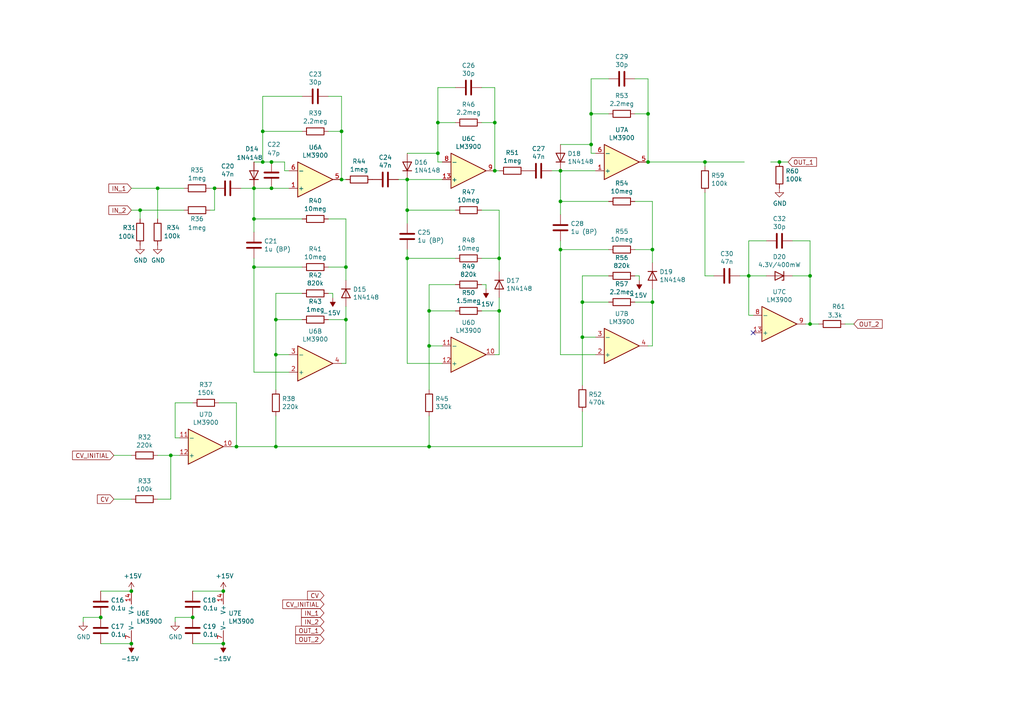
<source format=kicad_sch>
(kicad_sch (version 20230121) (generator eeschema)
  (paper "A4")
  (title_block (title "oberwelle") (date "2020-11-27") (rev "R01") (comment 1 "Schema for main circuit") (comment 2 "wave folder - bottom section") (comment 4 "License CC BY 4.0 - Attribution 4.0 International"))
  (lib_symbols
    (symbol "Device:C" (pin_numbers hide) (pin_names (offset 0.254))
      (property "Reference" "C" (at 0.635 2.54 0))
      (property "Value" "C" (at 0.635 -2.54 0))
      (symbol "C_0_1"
        (polyline (pts (xy -2.032 -0.762) (xy 2.032 -0.762)) (stroke (width 0.508)))
        (polyline (pts (xy -2.032 0.762) (xy 2.032 0.762)) (stroke (width 0.508)))
      )
      (symbol "C_1_1"
        (pin passive line (at 0 3.81 270) (length 2.794) (name "~") (number "1"))
        (pin passive line (at 0 -3.81 90) (length 2.794) (name "~") (number "2"))
      )
    )
    (symbol "Device:D_Zener" (pin_numbers hide) (pin_names (offset 1.016) hide)
      (property "Reference" "D" (at 0 2.54 0))
      (property "Value" "D_Zener" (at 0 -2.54 0))
      (symbol "D_Zener_0_1"
        (polyline (pts (xy 1.27 0) (xy -1.27 0)))
        (polyline (pts (xy -1.27 -1.27) (xy -1.27 1.27) (xy -0.762 1.27)) (stroke (width 0.254)))
        (polyline (pts (xy 1.27 -1.27) (xy 1.27 1.27) (xy -1.27 0) (xy 1.27 -1.27)) (stroke (width 0.254)))
      )
      (symbol "D_Zener_1_1"
        (pin passive line (at -3.81 0 0) (length 2.54) (name "K") (number "1"))
        (pin passive line (at 3.81 0 180) (length 2.54) (name "A") (number "2"))
      )
    )
    (symbol "Device:R" (pin_numbers hide) (pin_names (offset 0))
      (property "Reference" "R" (at 2.032 0 90))
      (property "Value" "R" (at 0 0 90))
      (symbol "R_0_1"
        (rectangle (start -1.016 -2.54) (end 1.016 2.54) (stroke (width 0.254)))
      )
      (symbol "R_1_1"
        (pin passive line (at 0 3.81 270) (length 1.27) (name "~") (number "1"))
        (pin passive line (at 0 -3.81 90) (length 1.27) (name "~") (number "2"))
      )
    )
    (symbol "Diode:1N4148" (pin_numbers hide) (pin_names hide)
      (property "Reference" "D" (at 0 2.54 0))
      (property "Value" "1N4148" (at 0 -2.54 0))
      (symbol "1N4148_0_1"
        (polyline (pts (xy -1.27 1.27) (xy -1.27 -1.27)) (stroke (width 0.254)))
        (polyline (pts (xy 1.27 0) (xy -1.27 0)))
        (polyline (pts (xy 1.27 1.27) (xy 1.27 -1.27) (xy -1.27 0) (xy 1.27 1.27)) (stroke (width 0.254)))
      )
      (symbol "1N4148_1_1"
        (pin passive line (at -3.81 0 0) (length 2.54) (name "K") (number "1"))
        (pin passive line (at 3.81 0 180) (length 2.54) (name "A") (number "2"))
      )
    )
    (symbol "elektrophon:LM3900" (pin_names (offset 0.127))
      (property "Reference" "U" (at 0 6.35 0))
      (property "Value" "LM3900" (at -3.81 8.89 0))
      (symbol "LM3900_1_1"
        (polyline (pts (xy -5.08 5.08) (xy 5.08 0) (xy -5.08 -5.08) (xy -5.08 5.08)) (stroke (width 0.254)) (fill (type background)))
        (pin input line (at -7.62 2.54 0) (length 2.54) (name "+") (number "1"))
        (pin output line (at 7.62 0 180) (length 2.54) (name "~") (number "5"))
        (pin input line (at -7.62 -2.54 0) (length 2.54) (name "-") (number "6"))
      )
      (symbol "LM3900_2_1"
        (polyline (pts (xy -5.08 5.08) (xy 5.08 0) (xy -5.08 -5.08) (xy -5.08 5.08)) (stroke (width 0.254)) (fill (type background)))
        (pin input line (at -7.62 2.54 0) (length 2.54) (name "+") (number "2"))
        (pin input line (at -7.62 -2.54 0) (length 2.54) (name "-") (number "3"))
        (pin output line (at 7.62 0 180) (length 2.54) (name "~") (number "4"))
      )
      (symbol "LM3900_3_1"
        (polyline (pts (xy -5.08 5.08) (xy 5.08 0) (xy -5.08 -5.08) (xy -5.08 5.08)) (stroke (width 0.254)) (fill (type background)))
        (pin input line (at -7.62 2.54 0) (length 2.54) (name "+") (number "13"))
        (pin input line (at -7.62 -2.54 0) (length 2.54) (name "-") (number "8"))
        (pin output line (at 7.62 0 180) (length 2.54) (name "~") (number "9"))
      )
      (symbol "LM3900_4_1"
        (polyline (pts (xy -5.08 5.08) (xy 5.08 0) (xy -5.08 -5.08) (xy -5.08 5.08)) (stroke (width 0.254)) (fill (type background)))
        (pin output line (at 7.62 0 180) (length 2.54) (name "~") (number "10"))
        (pin input line (at -7.62 -2.54 0) (length 2.54) (name "-") (number "11"))
        (pin input line (at -7.62 2.54 0) (length 2.54) (name "+") (number "12"))
      )
      (symbol "LM3900_5_1"
        (pin power_in line (at -2.54 7.62 270) (length 3.81) (name "V+") (number "14"))
        (pin power_in line (at -2.54 -7.62 90) (length 3.81) (name "V-") (number "7"))
      )
    )
    (symbol "power:+15V" (power) (pin_names (offset 0))
      (property "Value" "+15V" (at 0 3.556 0))
      (symbol "+15V_0_1"
        (polyline (pts (xy -0.762 1.27) (xy 0 2.54)))
        (polyline (pts (xy 0 0) (xy 0 2.54)))
        (polyline (pts (xy 0 2.54) (xy 0.762 1.27)))
      )
      (symbol "+15V_1_1"
        (pin power_in line (at 0 0 90) (length 0) hide (name "+15V") (number "1"))
      )
    )
    (symbol "power:-15V" (power) (pin_names (offset 0))
      (property "Value" "-15V" (at 0 3.81 0))
      (symbol "-15V_0_0"
        (pin power_in line (at 0 0 90) (length 0) hide (name "-15V") (number "1"))
      )
      (symbol "-15V_0_1"
        (polyline (pts (xy 0 0) (xy 0 1.27) (xy 0.762 1.27) (xy 0 2.54) (xy -0.762 1.27) (xy 0 1.27)) (fill (type outline)))
      )
    )
    (symbol "power:GND" (power) (pin_names (offset 0))
      (property "Value" "GND" (at 0 -3.81 0))
      (symbol "GND_0_1"
        (polyline (pts (xy 0 0) (xy 0 -1.27) (xy 1.27 -1.27) (xy 0 -2.54) (xy -1.27 -1.27) (xy 0 -1.27)))
      )
      (symbol "GND_1_1"
        (pin power_in line (at 0 0 270) (length 0) hide (name "GND") (number "1"))
      )
    )
  )
  (junction (at 124.46 100.33))
  (junction (at 217.17 80.01))
  (junction (at 124.46 129.54))
  (junction (at 187.96 46.99))
  (junction (at 226.06 46.99))
  (junction (at 118.11 52.07))
  (junction (at 80.01 102.87))
  (junction (at 118.11 74.93))
  (junction (at 38.1 171.45))
  (junction (at 38.1 186.69))
  (junction (at 76.2 46.99))
  (junction (at 162.56 72.39))
  (junction (at 162.56 58.42))
  (junction (at 187.96 33.02))
  (junction (at 55.88 179.07))
  (junction (at 78.74 54.61))
  (junction (at 127 44.45))
  (junction (at 76.2 38.1))
  (junction (at 162.56 49.53))
  (junction (at 78.74 46.99))
  (junction (at 100.33 92.71))
  (junction (at 168.91 87.63))
  (junction (at 100.33 77.47))
  (junction (at 73.66 63.5))
  (junction (at 45.72 54.61))
  (junction (at 204.47 46.99))
  (junction (at 99.06 52.07))
  (junction (at 171.45 33.02))
  (junction (at 29.21 179.07))
  (junction (at 189.23 72.39))
  (junction (at 143.51 49.53))
  (junction (at 144.78 90.17))
  (junction (at 62.23 54.61))
  (junction (at 144.78 74.93))
  (junction (at 40.64 60.96))
  (junction (at 118.11 60.96))
  (junction (at 68.58 129.54))
  (junction (at 143.51 35.56))
  (junction (at 234.95 93.98))
  (junction (at 80.01 92.71))
  (junction (at 64.77 171.45))
  (junction (at 73.66 77.47))
  (junction (at 99.06 38.1))
  (junction (at 80.01 129.54))
  (junction (at 49.53 132.08))
  (junction (at 124.46 90.17))
  (junction (at 64.77 186.69))
  (junction (at 168.91 97.79))
  (junction (at 127 35.56))
  (junction (at 171.45 41.91))
  (junction (at 73.66 54.61))
  (junction (at 189.23 87.63))
  (junction (at 234.95 80.01))
  (no_connect (at 218.44 96.52))
  (wire (pts (xy 99.06 38.1) (xy 99.06 52.07)))
  (wire (pts (xy 96.52 85.09) (xy 95.25 85.09)))
  (wire (pts (xy 45.72 144.78) (xy 49.53 144.78)))
  (wire (pts (xy 162.56 58.42) (xy 162.56 62.23)))
  (wire (pts (xy 118.11 105.41) (xy 128.27 105.41)))
  (wire (pts (xy 118.11 74.93) (xy 132.08 74.93)))
  (wire (pts (xy 60.96 54.61) (xy 62.23 54.61)))
  (wire (pts (xy 100.33 105.41) (xy 99.06 105.41)))
  (wire (pts (xy 76.2 46.99) (xy 78.74 46.99)))
  (wire (pts (xy 53.34 60.96) (xy 40.64 60.96)))
  (wire (pts (xy 45.72 132.08) (xy 49.53 132.08)))
  (wire (pts (xy 234.95 93.98) (xy 237.49 93.98)))
  (wire (pts (xy 229.87 69.85) (xy 234.95 69.85)))
  (wire (pts (xy 83.82 102.87) (xy 80.01 102.87)))
  (wire (pts (xy 162.56 49.53) (xy 160.02 49.53)))
  (wire (pts (xy 50.8 180.34) (xy 50.8 179.07)))
  (wire (pts (xy 124.46 129.54) (xy 168.91 129.54)))
  (wire (pts (xy 45.72 63.5) (xy 45.72 54.61)))
  (wire (pts (xy 73.66 74.93) (xy 73.66 77.47)))
  (wire (pts (xy 118.11 74.93) (xy 118.11 105.41)))
  (wire (pts (xy 80.01 102.87) (xy 80.01 92.71)))
  (wire (pts (xy 171.45 22.86) (xy 171.45 33.02)))
  (wire (pts (xy 127 35.56) (xy 127 44.45)))
  (wire (pts (xy 50.8 179.07) (xy 55.88 179.07)))
  (wire (pts (xy 68.58 129.54) (xy 80.01 129.54)))
  (wire (pts (xy 100.33 63.5) (xy 100.33 77.47)))
  (wire (pts (xy 55.88 116.84) (xy 50.8 116.84)))
  (wire (pts (xy 62.23 54.61) (xy 62.23 60.96)))
  (wire (pts (xy 118.11 52.07) (xy 128.27 52.07)))
  (wire (pts (xy 87.63 63.5) (xy 73.66 63.5)))
  (wire (pts (xy 176.53 58.42) (xy 162.56 58.42)))
  (wire (pts (xy 176.53 22.86) (xy 171.45 22.86)))
  (wire (pts (xy 82.55 46.99) (xy 82.55 49.53)))
  (wire (pts (xy 214.63 80.01) (xy 217.17 80.01)))
  (wire (pts (xy 168.91 80.01) (xy 176.53 80.01)))
  (wire (pts (xy 223.52 46.99) (xy 226.06 46.99)))
  (wire (pts (xy 67.31 129.54) (xy 68.58 129.54)))
  (wire (pts (xy 184.15 72.39) (xy 189.23 72.39)))
  (wire (pts (xy 124.46 100.33) (xy 124.46 113.03)))
  (wire (pts (xy 204.47 46.99) (xy 204.47 48.26)))
  (wire (pts (xy 55.88 171.45) (xy 64.77 171.45)))
  (wire (pts (xy 127 46.99) (xy 128.27 46.99)))
  (wire (pts (xy 24.13 179.07) (xy 29.21 179.07)))
  (wire (pts (xy 127 25.4) (xy 127 35.56)))
  (wire (pts (xy 144.78 102.87) (xy 143.51 102.87)))
  (wire (pts (xy 184.15 58.42) (xy 189.23 58.42)))
  (wire (pts (xy 118.11 52.07) (xy 115.57 52.07)))
  (wire (pts (xy 132.08 60.96) (xy 118.11 60.96)))
  (wire (pts (xy 187.96 33.02) (xy 187.96 46.99)))
  (wire (pts (xy 76.2 27.94) (xy 87.63 27.94)))
  (wire (pts (xy 162.56 69.85) (xy 162.56 72.39)))
  (wire (pts (xy 128.27 100.33) (xy 124.46 100.33)))
  (wire (pts (xy 118.11 72.39) (xy 118.11 74.93)))
  (wire (pts (xy 68.58 129.54) (xy 68.58 116.84)))
  (wire (pts (xy 24.13 180.34) (xy 24.13 179.07)))
  (wire (pts (xy 100.33 88.9) (xy 100.33 92.71)))
  (wire (pts (xy 124.46 100.33) (xy 124.46 90.17)))
  (wire (pts (xy 82.55 49.53) (xy 83.82 49.53)))
  (wire (pts (xy 50.8 127) (xy 52.07 127)))
  (wire (pts (xy 49.53 144.78) (xy 49.53 132.08)))
  (wire (pts (xy 80.01 120.65) (xy 80.01 129.54)))
  (wire (pts (xy 226.06 46.99) (xy 228.6 46.99)))
  (wire (pts (xy 204.47 80.01) (xy 207.01 80.01)))
  (wire (pts (xy 168.91 97.79) (xy 168.91 87.63)))
  (wire (pts (xy 171.45 41.91) (xy 171.45 44.45)))
  (wire (pts (xy 73.66 54.61) (xy 78.74 54.61)))
  (wire (pts (xy 118.11 52.07) (xy 118.11 60.96)))
  (wire (pts (xy 144.78 74.93) (xy 144.78 78.74)))
  (wire (pts (xy 189.23 58.42) (xy 189.23 72.39)))
  (wire (pts (xy 144.78 90.17) (xy 144.78 102.87)))
  (wire (pts (xy 176.53 87.63) (xy 168.91 87.63)))
  (wire (pts (xy 87.63 92.71) (xy 80.01 92.71)))
  (wire (pts (xy 187.96 22.86) (xy 187.96 33.02)))
  (wire (pts (xy 217.17 91.44) (xy 218.44 91.44)))
  (wire (pts (xy 139.7 60.96) (xy 144.78 60.96)))
  (wire (pts (xy 76.2 27.94) (xy 76.2 38.1)))
  (wire (pts (xy 69.85 54.61) (xy 73.66 54.61)))
  (wire (pts (xy 73.66 63.5) (xy 73.66 67.31)))
  (wire (pts (xy 132.08 25.4) (xy 127 25.4)))
  (wire (pts (xy 229.87 80.01) (xy 234.95 80.01)))
  (wire (pts (xy 139.7 35.56) (xy 143.51 35.56)))
  (wire (pts (xy 38.1 54.61) (xy 45.72 54.61)))
  (wire (pts (xy 40.64 63.5) (xy 40.64 60.96)))
  (wire (pts (xy 139.7 90.17) (xy 144.78 90.17)))
  (wire (pts (xy 76.2 38.1) (xy 87.63 38.1)))
  (wire (pts (xy 234.95 69.85) (xy 234.95 80.01)))
  (wire (pts (xy 184.15 33.02) (xy 187.96 33.02)))
  (wire (pts (xy 80.01 129.54) (xy 124.46 129.54)))
  (wire (pts (xy 247.65 93.98) (xy 245.11 93.98)))
  (wire (pts (xy 217.17 80.01) (xy 217.17 91.44)))
  (wire (pts (xy 80.01 92.71) (xy 80.01 85.09)))
  (wire (pts (xy 100.33 77.47) (xy 100.33 81.28)))
  (wire (pts (xy 184.15 87.63) (xy 189.23 87.63)))
  (wire (pts (xy 222.25 69.85) (xy 217.17 69.85)))
  (wire (pts (xy 140.97 82.55) (xy 139.7 82.55)))
  (wire (pts (xy 162.56 41.91) (xy 171.45 41.91)))
  (wire (pts (xy 217.17 80.01) (xy 222.25 80.01)))
  (wire (pts (xy 83.82 54.61) (xy 78.74 54.61)))
  (wire (pts (xy 204.47 46.99) (xy 215.9 46.99)))
  (wire (pts (xy 73.66 107.95) (xy 83.82 107.95)))
  (wire (pts (xy 95.25 77.47) (xy 100.33 77.47)))
  (wire (pts (xy 140.97 83.82) (xy 140.97 82.55)))
  (wire (pts (xy 96.52 86.36) (xy 96.52 85.09)))
  (wire (pts (xy 132.08 90.17) (xy 124.46 90.17)))
  (wire (pts (xy 171.45 33.02) (xy 171.45 41.91)))
  (wire (pts (xy 118.11 60.96) (xy 118.11 64.77)))
  (wire (pts (xy 187.96 46.99) (xy 204.47 46.99)))
  (wire (pts (xy 189.23 100.33) (xy 187.96 100.33)))
  (wire (pts (xy 95.25 92.71) (xy 100.33 92.71)))
  (wire (pts (xy 50.8 116.84) (xy 50.8 127)))
  (wire (pts (xy 95.25 38.1) (xy 99.06 38.1)))
  (wire (pts (xy 139.7 25.4) (xy 143.51 25.4)))
  (wire (pts (xy 185.42 80.01) (xy 184.15 80.01)))
  (wire (pts (xy 100.33 92.71) (xy 100.33 105.41)))
  (wire (pts (xy 184.15 22.86) (xy 187.96 22.86)))
  (wire (pts (xy 95.25 63.5) (xy 100.33 63.5)))
  (wire (pts (xy 40.64 60.96) (xy 38.1 60.96)))
  (wire (pts (xy 80.01 85.09) (xy 87.63 85.09)))
  (wire (pts (xy 217.17 69.85) (xy 217.17 80.01)))
  (wire (pts (xy 234.95 93.98) (xy 233.68 93.98)))
  (wire (pts (xy 38.1 144.78) (xy 33.02 144.78)))
  (wire (pts (xy 124.46 90.17) (xy 124.46 82.55)))
  (wire (pts (xy 189.23 83.82) (xy 189.23 87.63)))
  (wire (pts (xy 73.66 54.61) (xy 73.66 63.5)))
  (wire (pts (xy 144.78 49.53) (xy 143.51 49.53)))
  (wire (pts (xy 162.56 72.39) (xy 176.53 72.39)))
  (wire (pts (xy 168.91 97.79) (xy 168.91 111.76)))
  (wire (pts (xy 162.56 102.87) (xy 172.72 102.87)))
  (wire (pts (xy 162.56 49.53) (xy 162.56 58.42)))
  (wire (pts (xy 162.56 49.53) (xy 172.72 49.53)))
  (wire (pts (xy 132.08 35.56) (xy 127 35.56)))
  (wire (pts (xy 144.78 86.36) (xy 144.78 90.17)))
  (wire (pts (xy 124.46 120.65) (xy 124.46 129.54)))
  (wire (pts (xy 68.58 116.84) (xy 63.5 116.84)))
  (wire (pts (xy 168.91 119.38) (xy 168.91 129.54)))
  (wire (pts (xy 168.91 87.63) (xy 168.91 80.01)))
  (wire (pts (xy 33.02 132.08) (xy 38.1 132.08)))
  (wire (pts (xy 78.74 46.99) (xy 82.55 46.99)))
  (wire (pts (xy 55.88 186.69) (xy 64.77 186.69)))
  (wire (pts (xy 127 44.45) (xy 127 46.99)))
  (wire (pts (xy 124.46 82.55) (xy 132.08 82.55)))
  (wire (pts (xy 189.23 72.39) (xy 189.23 76.2)))
  (wire (pts (xy 139.7 74.93) (xy 144.78 74.93)))
  (wire (pts (xy 143.51 25.4) (xy 143.51 35.56)))
  (wire (pts (xy 100.33 52.07) (xy 99.06 52.07)))
  (wire (pts (xy 99.06 27.94) (xy 99.06 38.1)))
  (wire (pts (xy 171.45 44.45) (xy 172.72 44.45)))
  (wire (pts (xy 144.78 60.96) (xy 144.78 74.93)))
  (wire (pts (xy 162.56 72.39) (xy 162.56 102.87)))
  (wire (pts (xy 62.23 60.96) (xy 60.96 60.96)))
  (wire (pts (xy 80.01 113.03) (xy 80.01 102.87)))
  (wire (pts (xy 234.95 80.01) (xy 234.95 93.98)))
  (wire (pts (xy 204.47 55.88) (xy 204.47 80.01)))
  (wire (pts (xy 189.23 87.63) (xy 189.23 100.33)))
  (wire (pts (xy 29.21 171.45) (xy 38.1 171.45)))
  (wire (pts (xy 49.53 132.08) (xy 52.07 132.08)))
  (wire (pts (xy 29.21 186.69) (xy 38.1 186.69)))
  (wire (pts (xy 45.72 54.61) (xy 53.34 54.61)))
  (wire (pts (xy 73.66 77.47) (xy 87.63 77.47)))
  (wire (pts (xy 73.66 46.99) (xy 76.2 46.99)))
  (wire (pts (xy 95.25 27.94) (xy 99.06 27.94)))
  (wire (pts (xy 172.72 97.79) (xy 168.91 97.79)))
  (wire (pts (xy 185.42 81.28) (xy 185.42 80.01)))
  (wire (pts (xy 118.11 44.45) (xy 127 44.45)))
  (wire (pts (xy 143.51 35.56) (xy 143.51 49.53)))
  (wire (pts (xy 176.53 33.02) (xy 171.45 33.02)))
  (wire (pts (xy 73.66 77.47) (xy 73.66 107.95)))
  (wire (pts (xy 76.2 38.1) (xy 76.2 46.99)))
  (global_label "OUT_1" (shape input) (at 228.6 46.99 0) (property "Intersheetrefs" "${INTERSHEET_REFS}" (effects hide)))
  (global_label "OUT_2" (shape input) (at 93.98 185.42 180) (property "Intersheetrefs" "${INTERSHEET_REFS}" (effects hide)))
  (global_label "OUT_2" (shape input) (at 247.65 93.98 0) (property "Intersheetrefs" "${INTERSHEET_REFS}" (effects hide)))
  (global_label "IN_1" (shape input) (at 38.1 54.61 180) (property "Intersheetrefs" "${INTERSHEET_REFS}" (effects hide)))
  (global_label "OUT_1" (shape input) (at 93.98 182.88 180) (property "Intersheetrefs" "${INTERSHEET_REFS}" (effects hide)))
  (global_label "CV_INITIAL" (shape input) (at 33.02 132.08 180) (property "Intersheetrefs" "${INTERSHEET_REFS}" (effects hide)))
  (global_label "CV_INITIAL" (shape input) (at 93.98 175.26 180) (property "Intersheetrefs" "${INTERSHEET_REFS}" (effects hide)))
  (global_label "IN_2" (shape input) (at 93.98 180.34 180) (property "Intersheetrefs" "${INTERSHEET_REFS}" (effects hide)))
  (global_label "CV" (shape input) (at 93.98 172.72 180) (property "Intersheetrefs" "${INTERSHEET_REFS}" (effects hide)))
  (global_label "IN_2" (shape input) (at 38.1 60.96 180) (property "Intersheetrefs" "${INTERSHEET_REFS}" (effects hide)))
  (global_label "CV" (shape input) (at 33.02 144.78 180) (property "Intersheetrefs" "${INTERSHEET_REFS}" (effects hide)))
  (global_label "IN_1" (shape input) (at 93.98 177.8 180) (property "Intersheetrefs" "${INTERSHEET_REFS}" (effects hide)))
  (symbol (lib_id "elektrophon:LM3900") (at 91.44 52.07 0) (mirror x) (unit 1)
    (property "Reference" "U6" (at 91.44 42.7482 0))
    (property "Value" "LM3900" (at 91.44 45.0596 0))
    (property "Footprint" "Package_DIP:DIP-14_W7.62mm_Socket" (effects hide))
  )
  (symbol (lib_id "elektrophon:LM3900") (at 91.44 105.41 0) (mirror x) (unit 2)
    (property "Reference" "U6" (at 91.44 96.0882 0))
    (property "Value" "LM3900" (at 91.44 98.3996 0))
    (property "Footprint" "Package_DIP:DIP-14_W7.62mm_Socket" (effects hide))
  )
  (symbol (lib_id "elektrophon:LM3900") (at 135.89 49.53 0) (mirror x) (unit 3)
    (property "Reference" "U6" (at 135.89 40.2082 0))
    (property "Value" "LM3900" (at 135.89 42.5196 0))
    (property "Footprint" "Package_DIP:DIP-14_W7.62mm_Socket" (effects hide))
  )
  (symbol (lib_id "elektrophon:LM3900") (at 135.89 102.87 0) (mirror x) (unit 4)
    (property "Reference" "U6" (at 135.89 93.5482 0))
    (property "Value" "LM3900" (at 135.89 95.8596 0))
    (property "Footprint" "Package_DIP:DIP-14_W7.62mm_Socket" (effects hide))
  )
  (symbol (lib_id "elektrophon:LM3900") (at 40.64 179.07 0) (unit 5)
    (property "Reference" "U6" (at 39.5732 177.9016 0) (effects (justify left)))
    (property "Value" "LM3900" (at 39.5732 180.213 0) (effects (justify left)))
    (property "Footprint" "Package_DIP:DIP-14_W7.62mm_Socket" (effects hide))
  )
  (symbol (lib_id "Device:R") (at 91.44 38.1 270) (unit 1)
    (property "Reference" "R39" (at 91.44 32.8422 90))
    (property "Value" "2.2meg" (at 91.44 35.1536 90))
    (property "Footprint" "Resistor_THT:R_Axial_DIN0204_L3.6mm_D1.6mm_P5.08mm_Horizontal" (effects hide))
  )
  (symbol (lib_id "Device:C") (at 91.44 27.94 270) (unit 1)
    (property "Reference" "C23" (at 91.44 21.5392 90))
    (property "Value" "30p" (at 91.44 23.8506 90))
    (property "Footprint" "Capacitor_THT:C_Axial_L3.8mm_D2.6mm_P7.50mm_Horizontal" (effects hide))
  )
  (symbol (lib_id "Device:C") (at 78.74 50.8 0) (unit 1)
    (property "Reference" "C22" (at 77.47 41.91 0) (effects (justify left)))
    (property "Value" "47p" (at 77.47 44.45 0) (effects (justify left)))
    (property "Footprint" "Capacitor_THT:C_Disc_D3.8mm_W2.6mm_P2.50mm" (effects hide))
  )
  (symbol (lib_id "Device:R") (at 91.44 63.5 270) (unit 1)
    (property "Reference" "R40" (at 91.44 58.2422 90))
    (property "Value" "10meg" (at 91.44 60.5536 90))
    (property "Footprint" "Resistor_THT:R_Axial_DIN0204_L3.6mm_D1.6mm_P5.08mm_Horizontal" (effects hide))
  )
  (symbol (lib_id "Device:C") (at 73.66 71.12 0) (unit 1)
    (property "Reference" "C21" (at 76.581 69.9516 0) (effects (justify left)))
    (property "Value" "1u (BP)" (at 76.581 72.263 0) (effects (justify left)))
    (property "Footprint" "Capacitor_THT:C_Radial_D5.0mm_H11.0mm_P2.00mm" (effects hide))
  )
  (symbol (lib_id "Device:R") (at 91.44 77.47 270) (unit 1)
    (property "Reference" "R41" (at 91.44 72.2122 90))
    (property "Value" "10meg" (at 91.44 74.5236 90))
    (property "Footprint" "Resistor_THT:R_Axial_DIN0204_L3.6mm_D1.6mm_P5.08mm_Horizontal" (effects hide))
  )
  (symbol (lib_id "Device:R") (at 91.44 85.09 270) (unit 1)
    (property "Reference" "R42" (at 91.44 79.8322 90))
    (property "Value" "820k" (at 91.44 82.1436 90))
    (property "Footprint" "Resistor_THT:R_Axial_DIN0204_L3.6mm_D1.6mm_P5.08mm_Horizontal" (effects hide))
  )
  (symbol (lib_id "Device:R") (at 91.44 92.71 270) (unit 1)
    (property "Reference" "R43" (at 91.44 87.4522 90))
    (property "Value" "1meg" (at 91.44 89.7636 90))
    (property "Footprint" "Resistor_THT:R_Axial_DIN0204_L3.6mm_D1.6mm_P5.08mm_Horizontal" (effects hide))
  )
  (symbol (lib_id "Device:R") (at 80.01 116.84 180) (unit 1)
    (property "Reference" "R38" (at 81.788 115.6716 0) (effects (justify right)))
    (property "Value" "220k" (at 81.788 117.983 0) (effects (justify right)))
    (property "Footprint" "Resistor_THT:R_Axial_DIN0204_L3.6mm_D1.6mm_P5.08mm_Horizontal" (effects hide))
  )
  (symbol (lib_id "Device:R") (at 104.14 52.07 270) (unit 1)
    (property "Reference" "R44" (at 104.14 46.8122 90))
    (property "Value" "1meg" (at 104.14 49.1236 90))
    (property "Footprint" "Resistor_THT:R_Axial_DIN0204_L3.6mm_D1.6mm_P5.08mm_Horizontal" (effects hide))
  )
  (symbol (lib_id "Device:C") (at 111.76 52.07 270) (unit 1)
    (property "Reference" "C24" (at 111.76 45.6692 90))
    (property "Value" "47n" (at 111.76 47.9806 90))
    (property "Footprint" "Capacitor_THT:C_Rect_L7.2mm_W3.5mm_P5.00mm_FKS2_FKP2_MKS2_MKP2" (effects hide))
  )
  (symbol (lib_id "elektrophon:LM3900") (at 180.34 46.99 0) (mirror x) (unit 1)
    (property "Reference" "U7" (at 180.34 37.6682 0))
    (property "Value" "LM3900" (at 180.34 39.9796 0))
    (property "Footprint" "Package_DIP:DIP-14_W7.62mm_Socket" (effects hide))
  )
  (symbol (lib_id "Device:R") (at 135.89 35.56 270) (unit 1)
    (property "Reference" "R46" (at 135.89 30.3022 90))
    (property "Value" "2.2meg" (at 135.89 32.6136 90))
    (property "Footprint" "Resistor_THT:R_Axial_DIN0204_L3.6mm_D1.6mm_P5.08mm_Horizontal" (effects hide))
  )
  (symbol (lib_id "Device:C") (at 135.89 25.4 270) (unit 1)
    (property "Reference" "C26" (at 135.89 18.9992 90))
    (property "Value" "30p" (at 135.89 21.3106 90))
    (property "Footprint" "Capacitor_THT:C_Axial_L3.8mm_D2.6mm_P7.50mm_Horizontal" (effects hide))
  )
  (symbol (lib_id "Device:R") (at 135.89 60.96 270) (unit 1)
    (property "Reference" "R47" (at 135.89 55.7022 90))
    (property "Value" "10meg" (at 135.89 58.0136 90))
    (property "Footprint" "Resistor_THT:R_Axial_DIN0204_L3.6mm_D1.6mm_P5.08mm_Horizontal" (effects hide))
  )
  (symbol (lib_id "Device:C") (at 118.11 68.58 0) (unit 1)
    (property "Reference" "C25" (at 121.031 67.4116 0) (effects (justify left)))
    (property "Value" "1u (BP)" (at 121.031 69.723 0) (effects (justify left)))
    (property "Footprint" "Capacitor_THT:C_Radial_D5.0mm_H11.0mm_P2.00mm" (effects hide))
  )
  (symbol (lib_id "Device:R") (at 135.89 74.93 270) (unit 1)
    (property "Reference" "R48" (at 135.89 69.6722 90))
    (property "Value" "10meg" (at 135.89 71.9836 90))
    (property "Footprint" "Resistor_THT:R_Axial_DIN0204_L3.6mm_D1.6mm_P5.08mm_Horizontal" (effects hide))
  )
  (symbol (lib_id "Device:R") (at 135.89 82.55 270) (unit 1)
    (property "Reference" "R49" (at 135.89 77.2922 90))
    (property "Value" "820k" (at 135.89 79.6036 90))
    (property "Footprint" "Resistor_THT:R_Axial_DIN0204_L3.6mm_D1.6mm_P5.08mm_Horizontal" (effects hide))
  )
  (symbol (lib_id "Device:R") (at 135.89 90.17 270) (unit 1)
    (property "Reference" "R50" (at 135.89 84.9122 90))
    (property "Value" "1.5meg" (at 135.89 87.2236 90))
    (property "Footprint" "Resistor_THT:R_Axial_DIN0204_L3.6mm_D1.6mm_P5.08mm_Horizontal" (effects hide))
  )
  (symbol (lib_id "Device:R") (at 124.46 116.84 180) (unit 1)
    (property "Reference" "R45" (at 126.238 115.6716 0) (effects (justify right)))
    (property "Value" "330k" (at 126.238 117.983 0) (effects (justify right)))
    (property "Footprint" "Resistor_THT:R_Axial_DIN0204_L3.6mm_D1.6mm_P5.08mm_Horizontal" (effects hide))
  )
  (symbol (lib_id "Device:R") (at 148.59 49.53 270) (unit 1)
    (property "Reference" "R51" (at 148.59 44.2722 90))
    (property "Value" "1meg" (at 148.59 46.5836 90))
    (property "Footprint" "Resistor_THT:R_Axial_DIN0204_L3.6mm_D1.6mm_P5.08mm_Horizontal" (effects hide))
  )
  (symbol (lib_id "Device:C") (at 156.21 49.53 270) (unit 1)
    (property "Reference" "C27" (at 156.21 43.1292 90))
    (property "Value" "47n" (at 156.21 45.4406 90))
    (property "Footprint" "Capacitor_THT:C_Rect_L7.2mm_W3.5mm_P5.00mm_FKS2_FKP2_MKS2_MKP2" (effects hide))
  )
  (symbol (lib_id "Device:R") (at 180.34 33.02 270) (unit 1)
    (property "Reference" "R53" (at 180.34 27.7622 90))
    (property "Value" "2.2meg" (at 180.34 30.0736 90))
    (property "Footprint" "Resistor_THT:R_Axial_DIN0204_L3.6mm_D1.6mm_P5.08mm_Horizontal" (effects hide))
  )
  (symbol (lib_id "Device:C") (at 180.34 22.86 270) (unit 1)
    (property "Reference" "C29" (at 180.34 16.4592 90))
    (property "Value" "30p" (at 180.34 18.7706 90))
    (property "Footprint" "Capacitor_THT:C_Axial_L3.8mm_D2.6mm_P7.50mm_Horizontal" (effects hide))
  )
  (symbol (lib_id "Device:R") (at 180.34 58.42 270) (unit 1)
    (property "Reference" "R54" (at 180.34 53.1622 90))
    (property "Value" "10meg" (at 180.34 55.4736 90))
    (property "Footprint" "Resistor_THT:R_Axial_DIN0204_L3.6mm_D1.6mm_P5.08mm_Horizontal" (effects hide))
  )
  (symbol (lib_id "Device:C") (at 162.56 66.04 0) (unit 1)
    (property "Reference" "C28" (at 165.481 64.8716 0) (effects (justify left)))
    (property "Value" "1u (BP)" (at 165.481 67.183 0) (effects (justify left)))
    (property "Footprint" "Capacitor_THT:C_Radial_D5.0mm_H11.0mm_P2.00mm" (effects hide))
  )
  (symbol (lib_id "Device:R") (at 180.34 72.39 270) (unit 1)
    (property "Reference" "R55" (at 180.34 67.1322 90))
    (property "Value" "10meg" (at 180.34 69.4436 90))
    (property "Footprint" "Resistor_THT:R_Axial_DIN0204_L3.6mm_D1.6mm_P5.08mm_Horizontal" (effects hide))
  )
  (symbol (lib_id "Device:R") (at 180.34 80.01 270) (unit 1)
    (property "Reference" "R56" (at 180.34 74.7522 90))
    (property "Value" "820k" (at 180.34 77.0636 90))
    (property "Footprint" "Resistor_THT:R_Axial_DIN0204_L3.6mm_D1.6mm_P5.08mm_Horizontal" (effects hide))
  )
  (symbol (lib_id "Device:R") (at 180.34 87.63 270) (unit 1)
    (property "Reference" "R57" (at 180.34 82.3722 90))
    (property "Value" "2.2meg" (at 180.34 84.6836 90))
    (property "Footprint" "Resistor_THT:R_Axial_DIN0204_L3.6mm_D1.6mm_P5.08mm_Horizontal" (effects hide))
  )
  (symbol (lib_id "Device:R") (at 168.91 115.57 180) (unit 1)
    (property "Reference" "R52" (at 170.688 114.4016 0) (effects (justify right)))
    (property "Value" "470k" (at 170.688 116.713 0) (effects (justify right)))
    (property "Footprint" "Resistor_THT:R_Axial_DIN0204_L3.6mm_D1.6mm_P5.08mm_Horizontal" (effects hide))
  )
  (symbol (lib_id "Device:R") (at 57.15 54.61 270) (unit 1)
    (property "Reference" "R35" (at 57.15 49.3522 90))
    (property "Value" "1meg" (at 57.15 51.6636 90))
    (property "Footprint" "Resistor_THT:R_Axial_DIN0204_L3.6mm_D1.6mm_P5.08mm_Horizontal" (effects hide))
  )
  (symbol (lib_id "Device:R") (at 57.15 60.96 270) (unit 1)
    (property "Reference" "R36" (at 57.15 63.5 90))
    (property "Value" "1meg" (at 57.15 66.04 90))
    (property "Footprint" "Resistor_THT:R_Axial_DIN0204_L3.6mm_D1.6mm_P5.08mm_Horizontal" (effects hide))
  )
  (symbol (lib_id "Device:R") (at 40.64 67.31 180) (unit 1)
    (property "Reference" "R31" (at 35.56 66.04 0) (effects (justify right)))
    (property "Value" "100k" (at 34.29 68.58 0) (effects (justify right)))
    (property "Footprint" "Resistor_THT:R_Axial_DIN0204_L3.6mm_D1.6mm_P5.08mm_Horizontal" (effects hide))
  )
  (symbol (lib_id "Device:R") (at 45.72 67.31 180) (unit 1)
    (property "Reference" "R34" (at 48.26 66.04 0) (effects (justify right)))
    (property "Value" "100k" (at 47.498 68.453 0) (effects (justify right)))
    (property "Footprint" "Resistor_THT:R_Axial_DIN0204_L3.6mm_D1.6mm_P5.08mm_Horizontal" (effects hide))
  )
  (symbol (lib_id "Device:C") (at 66.04 54.61 270) (unit 1)
    (property "Reference" "C20" (at 66.04 48.2092 90))
    (property "Value" "47n" (at 66.04 50.5206 90))
    (property "Footprint" "Capacitor_THT:C_Rect_L7.2mm_W3.5mm_P5.00mm_FKS2_FKP2_MKS2_MKP2" (effects hide))
  )
  (symbol (lib_id "power:GND") (at 40.64 71.12 0) (unit 1)
    (property "Reference" "#PWR044" (effects hide))
    (property "Value" "GND" (at 40.767 75.5142 0))
  )
  (symbol (lib_id "power:GND") (at 45.72 71.12 0) (unit 1)
    (property "Reference" "#PWR045" (effects hide))
    (property "Value" "GND" (at 45.847 75.5142 0))
  )
  (symbol (lib_id "elektrophon:LM3900") (at 180.34 100.33 0) (mirror x) (unit 2)
    (property "Reference" "U7" (at 180.34 91.0082 0))
    (property "Value" "LM3900" (at 180.34 93.3196 0))
    (property "Footprint" "Package_DIP:DIP-14_W7.62mm_Socket" (effects hide))
  )
  (symbol (lib_id "elektrophon:LM3900") (at 226.06 93.98 0) (mirror x) (unit 3)
    (property "Reference" "U7" (at 226.06 84.6582 0))
    (property "Value" "LM3900" (at 226.06 86.9696 0))
    (property "Footprint" "Package_DIP:DIP-14_W7.62mm_Socket" (effects hide))
  )
  (symbol (lib_id "elektrophon:LM3900") (at 59.69 129.54 0) (mirror x) (unit 4)
    (property "Reference" "U7" (at 59.69 120.2182 0))
    (property "Value" "LM3900" (at 59.69 122.5296 0))
    (property "Footprint" "Package_DIP:DIP-14_W7.62mm_Socket" (effects hide))
  )
  (symbol (lib_id "Device:R") (at 41.91 132.08 270) (unit 1)
    (property "Reference" "R32" (at 41.91 126.8222 90))
    (property "Value" "220k" (at 41.91 129.1336 90))
    (property "Footprint" "Resistor_THT:R_Axial_DIN0204_L3.6mm_D1.6mm_P5.08mm_Horizontal" (effects hide))
  )
  (symbol (lib_id "Device:R") (at 41.91 144.78 270) (unit 1)
    (property "Reference" "R33" (at 41.91 139.5222 90))
    (property "Value" "100k" (at 41.91 141.8336 90))
    (property "Footprint" "Resistor_THT:R_Axial_DIN0204_L3.6mm_D1.6mm_P5.08mm_Horizontal" (effects hide))
  )
  (symbol (lib_id "Device:R") (at 59.69 116.84 270) (unit 1)
    (property "Reference" "R37" (at 59.69 111.5822 90))
    (property "Value" "150k" (at 59.69 113.8936 90))
    (property "Footprint" "Resistor_THT:R_Axial_DIN0204_L3.6mm_D1.6mm_P5.08mm_Horizontal" (effects hide))
  )
  (symbol (lib_id "Diode:1N4148") (at 100.33 85.09 270) (unit 1)
    (property "Reference" "D15" (at 102.362 83.9216 90) (effects (justify left)))
    (property "Value" "1N4148" (at 102.362 86.233 90) (effects (justify left)))
    (property "Footprint" "Diode_THT:D_DO-35_SOD27_P7.62mm_Horizontal" (effects hide))
    (property "Datasheet" "https://assets.nexperia.com/documents/data-sheet/1N4148_1N4448.pdf" (effects hide))
  )
  (symbol (lib_id "Diode:1N4148") (at 73.66 50.8 90) (unit 1)
    (property "Reference" "D14" (at 71.12 43.18 90) (effects (justify right)))
    (property "Value" "1N4148" (at 68.58 45.72 90) (effects (justify right)))
    (property "Footprint" "Diode_THT:D_DO-35_SOD27_P7.62mm_Horizontal" (effects hide))
    (property "Datasheet" "https://assets.nexperia.com/documents/data-sheet/1N4148_1N4448.pdf" (effects hide))
  )
  (symbol (lib_id "Device:R") (at 226.06 50.8 180) (unit 1)
    (property "Reference" "R60" (at 227.838 49.6316 0) (effects (justify right)))
    (property "Value" "100k" (at 227.838 51.943 0) (effects (justify right)))
    (property "Footprint" "Resistor_THT:R_Axial_DIN0204_L3.6mm_D1.6mm_P5.08mm_Horizontal" (effects hide))
  )
  (symbol (lib_id "power:GND") (at 226.06 54.61 0) (unit 1)
    (property "Reference" "#PWR052" (effects hide))
    (property "Value" "GND" (at 226.187 59.0042 0))
  )
  (symbol (lib_id "Device:CP") (at 219.71 46.99 90) (unit 1)
    (property "Reference" "C31" (at 219.71 40.513 90))
    (property "Value" "47u (BP)" (at 219.71 42.8244 90))
    (property "Footprint" "Capacitor_THT:CP_Radial_D10.0mm_P5.00mm" (effects hide))
  )
  (symbol (lib_id "Diode:1N4148") (at 118.11 48.26 90) (unit 1)
    (property "Reference" "D16" (at 120.142 47.0916 90) (effects (justify right)))
    (property "Value" "1N4148" (at 120.142 49.403 90) (effects (justify right)))
    (property "Footprint" "Diode_THT:D_DO-35_SOD27_P7.62mm_Horizontal" (effects hide))
    (property "Datasheet" "https://assets.nexperia.com/documents/data-sheet/1N4148_1N4448.pdf" (effects hide))
  )
  (symbol (lib_id "Diode:1N4148") (at 144.78 82.55 270) (unit 1)
    (property "Reference" "D17" (at 146.812 81.3816 90) (effects (justify left)))
    (property "Value" "1N4148" (at 146.812 83.693 90) (effects (justify left)))
    (property "Footprint" "Diode_THT:D_DO-35_SOD27_P7.62mm_Horizontal" (effects hide))
    (property "Datasheet" "https://assets.nexperia.com/documents/data-sheet/1N4148_1N4448.pdf" (effects hide))
  )
  (symbol (lib_id "Device:R") (at 204.47 52.07 180) (unit 1)
    (property "Reference" "R59" (at 206.248 50.9016 0) (effects (justify right)))
    (property "Value" "100k" (at 206.248 53.213 0) (effects (justify right)))
    (property "Footprint" "Resistor_THT:R_Axial_DIN0204_L3.6mm_D1.6mm_P5.08mm_Horizontal" (effects hide))
  )
  (symbol (lib_id "Device:C") (at 210.82 80.01 270) (unit 1)
    (property "Reference" "C30" (at 210.82 73.6092 90))
    (property "Value" "47n" (at 210.82 75.9206 90))
    (property "Footprint" "Capacitor_THT:C_Rect_L7.2mm_W3.5mm_P5.00mm_FKS2_FKP2_MKS2_MKP2" (effects hide))
  )
  (symbol (lib_id "Device:C") (at 226.06 69.85 270) (unit 1)
    (property "Reference" "C32" (at 226.06 63.4492 90))
    (property "Value" "30p" (at 226.06 65.7606 90))
    (property "Footprint" "Capacitor_THT:C_Axial_L3.8mm_D2.6mm_P7.50mm_Horizontal" (effects hide))
  )
  (symbol (lib_id "Device:D_Zener") (at 226.06 80.01 180) (unit 1)
    (property "Reference" "D20" (at 226.06 74.4982 0))
    (property "Value" "4.3V/400mW" (at 226.06 76.8096 0))
    (property "Footprint" "Diode_THT:D_DO-35_SOD27_P7.62mm_Horizontal" (effects hide))
  )
  (symbol (lib_id "Device:R") (at 241.3 93.98 90) (unit 1)
    (property "Reference" "R61" (at 241.3 88.9 90) (effects (justify right)))
    (property "Value" "3.3k" (at 240.03 91.44 90) (effects (justify right)))
    (property "Footprint" "Resistor_THT:R_Axial_DIN0204_L3.6mm_D1.6mm_P5.08mm_Horizontal" (effects hide))
  )
  (symbol (lib_id "Diode:1N4148") (at 189.23 80.01 270) (unit 1)
    (property "Reference" "D19" (at 191.262 78.8416 90) (effects (justify left)))
    (property "Value" "1N4148" (at 191.262 81.153 90) (effects (justify left)))
    (property "Footprint" "Diode_THT:D_DO-35_SOD27_P7.62mm_Horizontal" (effects hide))
    (property "Datasheet" "https://assets.nexperia.com/documents/data-sheet/1N4148_1N4448.pdf" (effects hide))
  )
  (symbol (lib_id "Diode:1N4148") (at 162.56 45.72 90) (unit 1)
    (property "Reference" "D18" (at 164.592 44.5516 90) (effects (justify right)))
    (property "Value" "1N4148" (at 164.592 46.863 90) (effects (justify right)))
    (property "Footprint" "Diode_THT:D_DO-35_SOD27_P7.62mm_Horizontal" (effects hide))
    (property "Datasheet" "https://assets.nexperia.com/documents/data-sheet/1N4148_1N4448.pdf" (effects hide))
  )
  (symbol (lib_id "elektrophon:LM3900") (at 67.31 179.07 0) (unit 5)
    (property "Reference" "U7" (at 66.2432 177.9016 0) (effects (justify left)))
    (property "Value" "LM3900" (at 66.2432 180.213 0) (effects (justify left)))
    (property "Footprint" "Package_DIP:DIP-14_W7.62mm_Socket" (effects hide))
  )
  (symbol (lib_id "power:+15V") (at 38.1 171.45 0) (unit 1)
    (property "Reference" "#PWR042" (effects hide))
    (property "Value" "+15V" (at 38.481 167.0558 0))
  )
  (symbol (lib_id "power:+15V") (at 64.77 171.45 0) (unit 1)
    (property "Reference" "#PWR047" (effects hide))
    (property "Value" "+15V" (at 65.151 167.0558 0))
  )
  (symbol (lib_id "power:-15V") (at 64.77 186.69 180) (unit 1)
    (property "Reference" "#PWR048" (effects hide))
    (property "Value" "-15V" (at 64.389 191.0842 0))
  )
  (symbol (lib_id "power:-15V") (at 38.1 186.69 180) (unit 1)
    (property "Reference" "#PWR043" (effects hide))
    (property "Value" "-15V" (at 37.719 191.0842 0))
  )
  (symbol (lib_id "Device:C") (at 29.21 175.26 0) (unit 1)
    (property "Reference" "C16" (at 32.131 174.0916 0) (effects (justify left)))
    (property "Value" "0.1u" (at 32.131 176.403 0) (effects (justify left)))
    (property "Footprint" "Capacitor_THT:C_Disc_D3.8mm_W2.6mm_P2.50mm" (effects hide))
  )
  (symbol (lib_id "Device:C") (at 29.21 182.88 0) (unit 1)
    (property "Reference" "C17" (at 32.131 181.7116 0) (effects (justify left)))
    (property "Value" "0.1u" (at 32.131 184.023 0) (effects (justify left)))
    (property "Footprint" "Capacitor_THT:C_Disc_D3.8mm_W2.6mm_P2.50mm" (effects hide))
  )
  (symbol (lib_id "power:GND") (at 24.13 180.34 0) (unit 1)
    (property "Reference" "#PWR041" (effects hide))
    (property "Value" "GND" (at 24.257 184.7342 0))
  )
  (symbol (lib_id "Device:C") (at 55.88 175.26 0) (unit 1)
    (property "Reference" "C18" (at 58.801 174.0916 0) (effects (justify left)))
    (property "Value" "0.1u" (at 58.801 176.403 0) (effects (justify left)))
    (property "Footprint" "Capacitor_THT:C_Disc_D3.8mm_W2.6mm_P2.50mm" (effects hide))
  )
  (symbol (lib_id "Device:C") (at 55.88 182.88 0) (unit 1)
    (property "Reference" "C19" (at 58.801 181.7116 0) (effects (justify left)))
    (property "Value" "0.1u" (at 58.801 184.023 0) (effects (justify left)))
    (property "Footprint" "Capacitor_THT:C_Disc_D3.8mm_W2.6mm_P2.50mm" (effects hide))
  )
  (symbol (lib_id "power:GND") (at 50.8 180.34 0) (unit 1)
    (property "Reference" "#PWR046" (effects hide))
    (property "Value" "GND" (at 50.927 184.7342 0))
  )
  (symbol (lib_id "Connector:Conn_01x06_Female") (at 99.06 177.8 0) (unit 1)
    (property "Reference" "J3" (at 99.7712 179.578 0) (effects (justify left)))
    (property "Value" "Conn_01x06_Female" (effects hide))
    (property "Footprint" "Connector_PinSocket_2.54mm:PinSocket_1x06_P2.54mm_Vertical" (effects hide))
  )
  (symbol (lib_id "power:-15V") (at 96.52 86.36 180) (unit 1)
    (property "Reference" "#PWR?" (effects hide))
    (property "Value" "-15V" (at 96.139 90.7542 0))
  )
  (symbol (lib_id "power:-15V") (at 140.97 83.82 180) (unit 1)
    (property "Reference" "#PWR?" (effects hide))
    (property "Value" "-15V" (at 140.589 88.2142 0))
  )
  (symbol (lib_id "power:-15V") (at 185.42 81.28 180) (unit 1)
    (property "Reference" "#PWR?" (effects hide))
    (property "Value" "-15V" (at 185.039 85.6742 0))
  )
)
</source>
